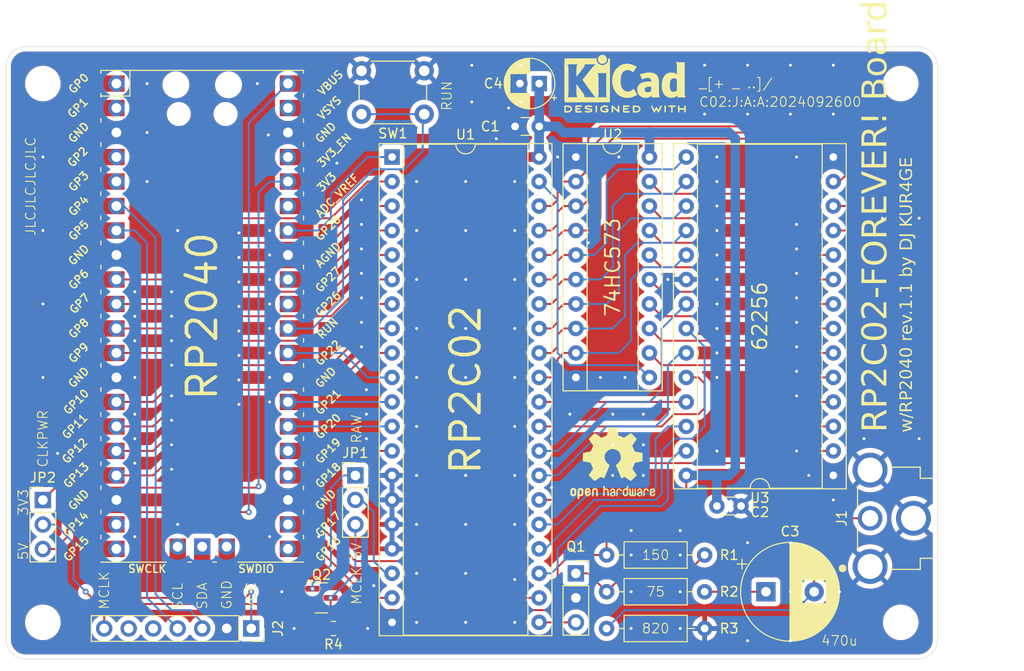
<source format=kicad_pcb>
(kicad_pcb (version 20240108) (generator "pcbnew") (generator_version "8.0")
  (layers (0 "F.Cu" signal) (31 "B.Cu" signal) (34 "B.Paste" user) (35 "F.Paste" user) (36 "B.SilkS" user "B.Silkscreen") (37 "F.SilkS" user "F.Silkscreen") (38 "B.Mask" user) (39 "F.Mask" user) (44 "Edge.Cuts" user))
  (net 0 "")
  (net 1 "GND")
  (net 2 "/P.nWE")
  (net 3 "/P.A0")
  (net 4 "/P.AD7")
  (net 5 "/P.A8")
  (net 6 "/P.AD5")
  (net 7 "/P.A5")
  (net 8 "/P.AD6")
  (net 9 "/P.AD3")
  (net 10 "/P.AD0")
  (net 11 "/P.A2")
  (net 12 "/P.A13")
  (net 13 "/P.A10")
  (net 14 "/P.A12")
  (net 15 "/P.A7")
  (net 16 "/P.AD2")
  (net 17 "/P.AD4")
  (net 18 "/P.nRD")
  (net 19 "/P.A6")
  (net 20 "/P.A9")
  (net 21 "/P.A3")
  (net 22 "/P.A1")
  (net 23 "/P.A4")
  (net 24 "/P.A11")
  (net 25 "/P.AD1")
  (net 26 "+5V")
  (net 27 "/P.ALE")
  (net 28 "MCLK")
  (net 29 "Net-(C3-Pad1)")
  (net 30 "Net-(Q1-E)")
  (net 31 "VOUT")
  (net 32 "/VIDEO")
  (net 33 "/E.D7")
  (net 34 "/E.A0")
  (net 35 "/E.D6")
  (net 36 "/E.D2")
  (net 37 "/E.D0")
  (net 38 "/E.nCS")
  (net 39 "/E.D1")
  (net 40 "/E.nINT")
  (net 41 "/E.A2")
  (net 42 "/E.nRST")
  (net 43 "/E.A1")
  (net 44 "/E.R{slash}nW")
  (net 45 "/E.D3")
  (net 46 "/E.D4")
  (net 47 "/E.D5")
  (net 48 "RUN")
  (net 51 "SDA")
  (net 52 "SCL")
  (net 58 "+3V3")
  (net 69 "MCLKRAW")
  (net 85 "CLKPWR")
  (net 86 "MCLK5")
  (footprint "MountingHole:MountingHole_3.2mm_M3" (layer "F.Cu") (at 68.58 113.03)
    (property "Reference" "H3" (hide yes))
    (property "Value" "M3")
  )
  (footprint "Symbol:OSHW-Logo2_9.8x8mm_SilkScreen" (layer "F.Cu") (at 127.635 96.52)
    (property "Reference" "REF**" (hide yes))
    (property "Value" "OSHW-Logo2_9.8x8mm_SilkScreen" (hide yes))
  )
  (footprint "MountingHole:MountingHole_3.2mm_M3" (layer "F.Cu") (at 157.48 57.15)
    (property "Reference" "H1" (hide yes))
    (property "Value" "M3")
  )
  (footprint "Resistor_SMD:R_0805_2012Metric_Pad1.20x1.40mm_HandSolder" (layer "F.Cu") (at 98.695 113.665 180)
    (property "Reference" "R4")
    (property "Value" "1")
  )
  (footprint "Symbol:KiCad-Logo2_5mm_SilkScreen" (layer "F.Cu") (at 128.905 57.15)
    (property "Reference" "REF**" (hide yes))
    (property "Value" "KiCad-Logo2_5mm_SilkScreen" (hide yes))
  )
  (footprint "Button_Switch_THT:SW_PUSH_6mm" (layer "F.Cu") (at 108.1 60.325 180)
    (property "Reference" "SW1")
    (property "Value" "RUN")
  )
  (footprint "Resistor_THT:R_Axial_DIN0207_L6.3mm_D2.5mm_P10.16mm_Horizontal" (layer "F.Cu") (at 127 109.855)
    (property "Reference" "R2")
    (property "Value" "75")
  )
  (footprint "MountingHole:MountingHole_3.2mm_M3" (layer "F.Cu") (at 157.48 113.03)
    (property "Reference" "H2" (hide yes))
    (property "Value" "M3")
  )
  (footprint "local:CUI_RCJ-014" (layer "F.Cu") (at 160.255 102.235 180)
    (property "Reference" "J1")
    (property "Value" "VIDEO")
  )
  (footprint "Capacitor_THT:CP_Radial_D5.0mm_P2.00mm" (layer "F.Cu") (at 120.015 57.15 180)
    (property "Reference" "C4")
    (property "Value" "22u")
  )
  (footprint "Resistor_THT:R_Axial_DIN0207_L6.3mm_D2.5mm_P10.16mm_Horizontal" (layer "F.Cu") (at 127 113.665)
    (property "Reference" "R3")
    (property "Value" "820")
  )
  (footprint "MCU_RaspberryPi_and_Boards:RPi_Pico_SMD_TH" (layer "F.Cu") (at 85.09 81.28)
    (property "Reference" "U4" (hide yes))
    (property "Value" "Pico" (hide yes))
  )
  (footprint "Resistor_THT:R_Axial_DIN0207_L6.3mm_D2.5mm_P10.16mm_Horizontal" (layer "F.Cu") (at 127 106.045)
    (property "Reference" "R1")
    (property "Value" "150")
  )
  (footprint "Capacitor_THT:CP_Radial_D10.0mm_P5.00mm" (layer "F.Cu") (at 143.51 109.855)
    (property "Reference" "C3")
    (property "Value" "470u")
  )
  (footprint "Capacitor_THT:C_Disc_D3.0mm_W1.6mm_P2.50mm" (layer "F.Cu") (at 138.43 100.965)
    (property "Reference" "C2")
    (property "Value" "100n")
  )
  (footprint "Connector_PinHeader_2.54mm:PinHeader_1x03_P2.54mm_Vertical" (layer "F.Cu") (at 68.58 100.345)
    (property "Reference" "JP2")
    (property "Value" "CLKPWRSEL")
  )
  (footprint "Capacitor_THT:C_Disc_D3.0mm_W1.6mm_P2.50mm" (layer "F.Cu") (at 120.015 61.595 180)
    (property "Reference" "C1")
    (property "Value" "100n")
  )
  (footprint "Connector_PinHeader_2.54mm:PinHeader_1x03_P2.54mm_Vertical" (layer "F.Cu") (at 100.965 97.79)
    (property "Reference" "JP1")
    (property "Value" "MCLKSEL")
  )
  (footprint "Package_DIP:DIP-28_W15.24mm_Socket" (layer "F.Cu") (at 150.495 97.79 180)
    (property "Reference" "U3")
    (property "Value" "IS62C256AL")
  )
  (footprint "Package_TO_SOT_SMD:SOT-23" (layer "F.Cu") (at 97.4575 110.49)
    (property "Reference" "Q2")
    (property "Value" "AO3400A")
  )
  (footprint "Package_DIP:DIP-20_W7.62mm_Socket" (layer "F.Cu") (at 123.815 64.77)
    (property "Reference" "U2")
    (property "Value" "74HC573N")
  )
  (footprint "Connector_PinSocket_2.54mm:PinSocket_1x03_P2.54mm_Vertical" (layer "F.Cu") (at 123.815 107.95)
    (property "Reference" "Q1")
    (property "Value" "2SA937")
  )
  (footprint "Connector_PinSocket_2.54mm:PinSocket_1x07_P2.54mm_Vertical" (layer "F.Cu") (at 90.17 113.665 -90)
    (property "Reference" "J2")
    (property "Value" "Si5351A")
  )
  (footprint "Package_DIP:DIP-40_W15.24mm_Socket" (layer "F.Cu") (at 104.765 64.77)
    (property "Reference" "U1")
    (property "Value" "RP2C02")
  )
  (footprint "MountingHole:MountingHole_3.2mm_M3" (layer "F.Cu") (at 68.58 57.15)
    (property "Reference" "H4" (hide yes))
    (property "Value" "M3")
  )
  (gr_line (start 159.29 116.84) (end 66.77 116.84) (stroke (width 0.05)) (layer "Edge.Cuts"))
  (gr_arc (start 64.77 55.34) (mid 65.355786 53.925786) (end 66.77 53.34) (stroke (width 0.05)) (layer "Edge.Cuts"))
  (gr_arc (start 161.29 114.84) (mid 160.704214 116.254214) (end 159.29 116.84) (stroke (width 0.05)) (layer "Edge.Cuts"))
  (gr_arc (start 159.29 53.34) (mid 160.704214 53.925786) (end 161.29 55.34) (stroke (width 0.05)) (layer "Edge.Cuts"))
  (gr_arc (start 66.77 116.84) (mid 65.355786 116.254214) (end 64.77 114.84) (stroke (width 0.05)) (layer "Edge.Cuts"))
  (gr_line (start 64.77 114.84) (end 64.77 55.34) (stroke (width 0.05)) (layer "Edge.Cuts"))
  (gr_line (start 66.77 53.34) (end 159.29 53.34) (stroke (width 0.05)) (layer "Edge.Cuts"))
  (gr_line (start 161.29 55.34) (end 161.29 114.84) (stroke (width 0.05)) (layer "Edge.Cuts"))
  (gr_text "5V" (at 66.548 105.664 90) (layer "F.SilkS") (effects (font (size 1 1) (thickness 0.1))))
  (gr_text "3V3" (at 66.548 100.584 90) (layer "F.SilkS") (effects (font (size 1 1) (thickness 0.1))))
  (gr_text "150\n" (at 132.08 106.045 0) (layer "F.SilkS") (effects (font (size 1 1) (thickness 0.1))))
  (gr_text "w/RP2040 rev.1.1 by DJ KUR4GE" (at 158.115 93.345 90) (layer "F.SilkS") (effects (font (size 1.27 1.27) (thickness 0.1)) (justify left)))
  (gr_text "MCLK" (at 101.092 109.22 90) (layer "F.SilkS") (effects (font (size 1 1) (thickness 0.1))))
  (gr_text "5V" (at 101.092 105.664 90) (layer "F.SilkS") (effects (font (size 1 1) (thickness 0.1))))
  (gr_text "MCLK" (at 74.93 111.76 90) (layer "F.SilkS") (effects (font (size 1 1) (thickness 0.1)) (justify left)))
  (gr_text "RUN" (at 109.855 58.42 90) (layer "F.SilkS") (effects (font (size 1 1) (thickness 0.1)) (justify top)))
  (gr_text "RP2C02-FOREVER! Board" (at 154.94 93.345 90) (layer "F.SilkS") (effects (font (size 2.54 2.54) (thickness 0.1)) (justify left)))
  (gr_text "SDA" (at 85.09 111.76 90) (layer "F.SilkS") (effects (font (size 1 1) (thickness 0.1)) (justify left)))
  (gr_text "RP2C02" (at 112.395 88.9 90) (layer "F.SilkS") (effects (font (size 3 3) (thickness 0.375))))
  (gr_text "RAW" (at 101.092 92.964 90) (layer "F.SilkS") (effects (font (size 1 1) (thickness 0.1))))
  (gr_text "74HC573" (at 127.635 76.2 90) (layer "F.SilkS") (effects (font (size 1.5 1.5) (thickness 0.1875))))
  (gr_text "_[+ _ ..]/" (at 136.525 57.15 0) (layer "F.SilkS") (effects (font (size 1 1) (thickness 0.1)) (justify left)))
  (gr_text "RP2040" (at 85.09 81.28 90) (layer "F.SilkS") (effects (font (size 3 3) (thickness 0.375))))
  (gr_text "JLCJLCJLCJLC" (at 67.31 73.025 90) (layer "F.SilkS") (effects (font (size 1 1) (thickness 0.1)) (justify left)))
  (gr_text "75" (at 132.08 109.855 0) (layer "F.SilkS") (effects (font (size 1 1) (thickness 0.1))))
  (gr_text "CLKPWR" (at 68.58 93.98 90) (layer "F.SilkS") (effects (font (size 1 1) (thickness 0.1))))
  (gr_text "GND" (at 87.63 111.76 90) (layer "F.SilkS") (effects (font (size 1 1) (thickness 0.1)) (justify left)))
  (gr_text "62256" (at 142.875 81.28 90) (layer "F.SilkS") (effects (font (size 1.5 1.5) (thickness 0.1875))))
  (gr_text "470u" (at 151.13 114.935 0) (layer "F.SilkS") (effects (font (size 1 1) (thickness 0.1))))
  (gr_text "SCL" (at 82.55 111.76 90) (layer "F.SilkS") (effects (font (size 1 1) (thickness 0.1)) (justify left)))
  (gr_text "VCC" (at 90.17 111.76 90) (layer "F.SilkS") (effects (font (size 1 1) (thickness 0.1)) (justify left)))
  (gr_text "C02:J:A:A:2024092600" (at 136.525 59.055 0) (layer "F.SilkS") (effects (font (size 1 1) (thickness 0.1)) (justify left)))
  (gr_text "820" (at 132.08 113.665 0) (layer "F.SilkS") (effects (font (size 1 1) (thickness 0.1))))
  (via (at 146.685 86.995) (size 0.6) (drill 0.3) (layers "F.Cu" "B.Cu") (net 1))
  (via (at 78.105 87.63) (size 0.6) (drill 0.3) (layers "F.Cu" "B.Cu") (net 1))
  (via (at 151.13 109.855) (size 0.6) (drill 0.3) (layers "F.Cu" "B.Cu") (net 1))
  (via (at 137.16 55.245) (size 0.6) (drill 0.3) (layers "F.Cu" "B.Cu") (net 1))
  (via (at 88.9 85.344) (size 0.6) (drill 0.3) (layers "F.Cu" "B.Cu") (net 1))
  (via (at 117.475 77.47) (size 0.6) (drill 0.3) (layers "F.Cu" "B.Cu") (net 1))
  (via (at 117.475 72.39) (size 0.6) (drill 0.3) (layers "F.Cu" "B.Cu") (net 1))
  (via (at 102.108 93.98) (size 0.6) (drill 0.3) (layers "F.Cu" "B.Cu") (net 1))
  (via (at 121.285 96.52) (size 0.6) (drill 0.3) (layers "F.Cu" "B.Cu") (net 1))
  (via (at 92.075 85.09) (size 0.6) (drill 0.3) (layers "F.Cu" "B.Cu") (net 1))
  (via (at 107.315 107.95) (size 0.6) (drill 0.3) (layers "F.Cu" "B.Cu") (net 1))
  (via (at 134.62 106.045) (size 0.6) (drill 0.3) (layers "F.Cu" "B.Cu") (net 1))
  (via (at 146.685 74.295) (size 0.6) (drill 0.3) (layers "F.Cu" "B.Cu") (net 1))
  (via (at 127.635 94.615) (size 0.6) (drill 0.3) (layers "F.Cu" "B.Cu") (net 1))
  (via (at 133.35 77.47) (size 0.6) (drill 0.3) (layers "F.Cu" "B.Cu") (net 1))
  (via (at 70.104 95.504) (size 0.6) (drill 0.3) (layers "F.Cu" "B.Cu") (net 1))
  (via (at 138.43 80.01) (size 0.6) (drill 0.3) (layers "F.Cu" "B.Cu") (net 1))
  (via (at 146.05 55.245) (size 0.6) (drill 0.3) (layers "F.Cu" "B.Cu") (net 1))
  (via (at 82.55 102.87) (size 0.6) (drill 0.3) (layers "F.Cu" "B.Cu") (net 1))
  (via (at 146.05 109.855) (size 0.6) (drill 0.3) (layers "F.Cu" "B.Cu") (net 1))
  (via (at 130.81 97.79) (size 0.6) (drill 0.3) (layers "F.Cu" "B.Cu") (net 1))
  (via (at 138.43 72.39) (size 0.6) (drill 0.3) (layers "F.Cu" "B.Cu") (net 1))
  (via (at 93.345 109.855) (size 0.6) (drill 0.3) (layers "F.Cu" "B.Cu") (net 1))
  (via (at 137.16 60.325) (size 0.6) (drill 0.3) (layers "F.Cu" "B.Cu") (net 1))
  (via (at 159.385 71.12) (size 0.6) (drill 0.3) (layers "F.Cu" "B.Cu") (net 1))
  (via (at 112.395 92.71) (size 0.6) (drill 0.3) (layers "F.Cu" "B.Cu") (net 1))
  (via (at 102.108 91.44) (size 0.6) (drill 0.3) (layers "F.Cu" "B.Cu") (net 1))
  (via (at 101.6 79.375) (size 0.6) (drill 0.3) (layers "F.Cu" "B.Cu") (net 1))
  (via (at 92.075 72.39) (size 0.6) (drill 0.3) (layers "F.Cu" "B.Cu") (net 1))
  (via (at 121.285 99.06) (size 0.6) (drill 0.3) (layers "F.Cu" "B.Cu") (net 1))
  (via (at 107.315 97.79) (size 0.6) (drill 0.3) (layers "F.Cu" "B.Cu") (net 1))
  (via (at 102.235 113.665) (size 0.6) (drill 0.3) (layers "F.Cu" "B.Cu") (net 1))
  (via (at 97.155 104.14) (size 0.6) (drill 0.3) (layers "F.Cu" "B.Cu") (net 1))
  (via (at 138.43 87.63) (size 0.6) (drill 0.3) (layers "F.Cu" "B.Cu") (net 1))
  (via (at 107.315 92.71) (size 0.6) (drill 0.3) (layers "F.Cu" "B.Cu") (net 1))
  (via (at 112.395 113.03) (size 0.6) (drill 0.3) (layers "F.Cu" "B.Cu") (net 1))
  (via (at 78.105 78.74) (size 0.6) (drill 0.3) (layers "F.Cu" "B.Cu") (net 1))
  (via (at 81.915 94.615) (size 0.6) (drill 0.3) (layers "F.Cu" "B.Cu") (net 1))
  (via (at 134.62 113.665) (size 0.6) (drill 0.3) (layers "F.Cu" "B.Cu") (net 1))
  (via (at 91.948 62.484) (size 0.6) (drill 0.3) (layers "F.Cu" "B.Cu") (net 1))
  (via (at 81.915 89.535) (size 0.6) (drill 0.3) (layers "F.Cu" "B.Cu") (net 1))
  (via (at 107.315 67.31) (size 0.6) (drill 0.3) (layers "F.Cu" "B.Cu") (net 1))
  (via (at 68.58 72.39) (size 0.6) (drill 0.3) (layers "F.Cu" "B.Cu") (net 1))
  (via (at 81.915 86.36) (size 0.6) (drill 0.3) (layers "F.Cu" "B.Cu") (net 1))
  (via (at 117.475 92.71) (size 0.6) (drill 0.3) (layers "F.Cu" "B.Cu") (net 1))
  (via (at 141.605 60.325) (size 0.6) (drill 0.3) (layers "F.Cu" "B.Cu") (net 1))
  (via (at 125.095 73.66) (size 0.6) (drill 0.3) (layers "F.Cu" "B.Cu") (net 1))
  (via (at 81.915 97.155) (size 0.6) (drill 0.3) (layers "F.Cu" "B.Cu") (net 1))
  (via (at 150.495 100.33) (size 0.6) (drill 0.3) (layers "F.Cu" "B.Cu") (net 1))
  (via (at 138.43 85.09) (size 0.6) (drill 0.3) (layers "F.Cu" "B.Cu") (net 1))
  (via (at 112.395 72.39) (size 0.6) (drill 0.3) (layers "F.Cu" "B.Cu") (net 1))
  (via (at 129.54 113.665) (size 0.6) (drill 0.3) (layers "F.Cu" "B.Cu") (net 1))
  (via (at 78.105 104.14) (size 0.6) (drill 0.3) (layers "F.Cu" "B.Cu") (net 1))
  (via (at 127.635 91.44) (size 0.6) (drill 0.3) (layers "F.Cu" "B.Cu") (net 1))
  (via (at 128.905 87.63) (size 0.6) (drill 0.3) (layers "F.Cu" "B.Cu") (net 1))
  (via (at 147.955 97.79) (size 0.6) (drill 0.3) (layers "F.Cu" "B.Cu") (net 1))
  (via (at 107.315 87.63) (size 0.6) (drill 0.3) (layers "F.Cu" "B.Cu") (net 1))
  (via (at 88.9 80.264) (size 0.6) (drill 0.3) (layers "F.Cu" "B.Cu") (net 1))
  (via (at 88.9 72.644) (size 0.6) (drill 0.3) (layers "F.Cu" "B.Cu") (net 1))
  (via (at 92.075 80.01) (size 0.6) (drill 0.3) (layers "F.Cu" "B.Cu") (net 1))
  (via (at 81.915 81.28) (size 0.6) (drill 0.3) (layers "F.Cu" "B.Cu") (net 1))
  (via (at 107.315 77.47) (size 0.6) (drill 0.3) (layers "F.Cu" "B.Cu") (net 1))
  (via (at 81.915 83.82) (size 0.6) (drill 0.3) (layers "F.Cu" "B.Cu") (net 1))
  (via (at 138.43 82.55) (size 0.6) (drill 0.3) (layers "F.Cu" "B.Cu") (net 1))
  (via (at 101.6 74.295) (size 0.6) (drill 0.3) (layers "F.Cu" "B.Cu") (net 1))
  (via (at 126.365 87.63) (size 0.6) (drill 0.3) (layers "F.Cu" "B.Cu") (net 1))
  (via (at 68.58 80.01) (size 0.6) (drill 0.3) (layers "F.Cu" "B.Cu") (net 1))
  (via (at 107.315 113.03) (size 0.6) (drill 0.3) (layers "F.Cu" "B.Cu") (net 1))
  (via (at 146.685 89.535) (size 0.6) (drill 0.3) (layers "F.Cu" "B.Cu") (net 1))
  (via (at 112.395 102.87) (size 0.6) (drill 0.3) (layers "F.Cu" "B.Cu") (net 1))
  (via (at 138.43 67.31) (size 0.6) (drill 0.3) (layers "F.Cu" "B.Cu") (net 1))
  (via (at 113.03 55.245) (size 0.6) (drill 0.3) (layers "F.Cu" "B.Cu") (net 1))
  (via (at 141.605 104.775) (size 0.6) (drill 0.3) (layers "F.Cu" "B.Cu") (net 1))
  (via (at 117.475 113.03) (size 0.6) (drill 0.3) (layers "F.Cu" "B.Cu") (net 1))
  (via (at 123.19 91.44) (size 0.6) (drill 0.3) (layers "F.Cu" "B.Cu") (net 1))
  (via (at 92.075 87.63) (size 0.6) (drill 0.3) (layers "F.Cu" "B.Cu") (net 1))
  (via (at 92.075 104.14) (size 0.6) (drill 0.3) (layers "F.Cu" "B.Cu") (net 1))
  (via (at 112.395 67.31) (size 0.6) (drill 0.3) (layers "F.Cu" "B.Cu") (net 1))
  (via (at 107.315 102.87) (size 0.6) (drill 0.3) (layers "F.Cu" "B.Cu") (net 1))
  (via (at 159.385 93.98) (size 0.6) (drill 0.3) (layers "F.Cu" "B.Cu") (net 1))
  (via (at 88.9 90.424) (size 0.6) (drill 0.3) (layers "F.Cu" "B.Cu") (net 1))
  (via (at 118.11 55.245) (size 0.6) (drill 0.3) (layers "F.Cu" "B.Cu") (net 1))
  (via (at 101.6 76.835) (size 0.6) (drill 0.3) (layers "F.Cu" "B.Cu") (net 1))
  (via (at 81.915 78.74) (size 0.6) (drill 0.3) (layers "F.Cu" "B.Cu") (net 1))
  (via (at 101.6 69.215) (size 0.6) (drill 0.3) (layers "F.Cu" "B.Cu") (net 1))
  (via (at 146.685 71.755) (size 0.6) (drill 0.3) (layers "F.Cu" "B.Cu") (net 1))
  (via (at 117.475 87.63) (size 0.6) (drill 0.3) (layers "F.Cu" "B.Cu") (net 1))
  (via (at 117.475 102.87) (size 0.6) (drill 0.3) (layers "F.Cu" "B.Cu") (net 1))
  (via (at 117.475 108.585) (size 0.6) (drill 0.3) (layers "F.Cu" "B.Cu") (net 1))
  (via (at 130.81 91.44) (size 0.6) (drill 0.3) (layers "F.Cu" "B.Cu") (net 1))
  (via (at 150.495 55.245) (size 0.6) (drill 0.3) (layers "F.Cu" "B.Cu") (net 1))
  (via (at 99.06 65.405) (size 0.6) (drill 0.3) (layers "F.Cu" "B.Cu") (net 1))
  (via (at 141.605 114.935) (size 0.6) (drill 0.3) (layers "F.Cu" "B.Cu") (net 1))
  (via (at 146.05 60.325) (size 0.6) (drill 0.3) (layers "F.Cu" "B.Cu") (net 1))
  (via (at 118.11 59.055) (size 0.6) (drill 0.3) (layers "F.Cu" "B.Cu") (net 1))
  (via (at 146.685 81.915) (size 0.6) (drill 0.3) (layers "F.Cu" "B.Cu") (net 1))
  (via (at 141.605 55.245) (size 0.6) (drill 0.3) (layers "F.Cu" "B.Cu") (net 1))
  (via (at 113.03 59.055) (size 0.6) (drill 0.3) (layers "F.Cu" "B.Cu") (net 1))
  (via (at 102.87 109.22) (size 0.6) (drill 0.3) (layers "F.Cu" "B.Cu") (net 1))
  (via (at 116.84 59.69) (size 0.6) (drill 0.3) (layers "F.Cu" "B.Cu") (net 1))
  (via (at 79.375 67.31) (size 0.6) (drill 0.3) (layers "F.Cu" "B.Cu") (net 1))
  (via (at 94.615 113.665) (size 0.6) (drill 0.3) (layers "F.Cu" "B.Cu") (net 1))
  (via (at 78.105 93.98) (size 0.6) (drill 0.3) (layers "F.Cu" "B.Cu") (net 1))
  (via (at 112.395 82.55) (size 0.6) (drill 0.3) (layers "F.Cu" "B.Cu") (net 1))
  (via (at 146.05 104.775) (size 0.6) (drill 0.3) (layers "F.Cu" "B.Cu") (net 1))
  (via (at 107.315 82.55) (size 0.6) (drill 0.3) (layers "F.Cu" "B.Cu") (net 1))
  (via (at 146.685 64.77) (size 0.6) (drill 0.3) (layers "F.Cu" "B.Cu") (net 1))
  (via (at 115.57 62.865) (size 0.6) (drill 0.3) (layers "F.Cu" "B.Cu") (net 1))
  (via (at 107.315 72.39) (size 0.6) (drill 0.3) (layers "F.Cu" "B.Cu") (net 1))
  (via (at 88.9 75.184) (size 0.6) (drill 0.3) (layers "F.Cu" "B.Cu") (net 1))
  (via (at 146.05 114.935) (size 0.6) (drill 0.3) (layers "F.Cu" "B.Cu") (net 1))
  (via (at 146.685 76.835) (size 0.6) (drill 0.3) (layers "F.Cu" "B.Cu") (net 1))
  (via (at 117.475 67.31) (size 0.6) (drill 0.3) (layers "F.Cu" "B.Cu") (net 1))
  (via (at 88.9 77.724) (size 0.6) (drill 0.3) (layers "F.Cu" "B.Cu") (net 1))
  (via (at 78.105 83.82) (size 0.6) (drill 0.3) (layers "F.Cu" "B.Cu") (net 1))
  (via (at 68.58 87.63) (size 0.6) (drill 0.3) (layers "F.Cu" "B.Cu") (net 1))
  (via (at 112.395 87.63) (size 0.6) (drill 0.3) (layers "F.Cu" "B.Cu") (net 1))
  (via (at 121.92 64.77) (size 0.6) (drill 0.3) (layers "F.Cu" "B.Cu") (net 1))
  (via (at 79.375 57.15) (size 0.6) (drill 0.3) (layers "F.Cu" "B.Cu") (net 1))
  (via (at 146.685 84.455) (size 0.6) (drill 0.3) (layers "F.Cu" "B.Cu") (net 1))
  (via (at 138.43 69.85) (size 0.6) (drill 0.3) (layers "F.Cu" "B.Cu") (net 1))
  (via (at 90.805 57.15) (size 0.6) (drill 0.3) (layers "F.Cu" "B.Cu") (net 1))
  (via (at 153.67 93.98) (size 0.6) (drill 0.3) (layers "F.Cu" "B.Cu") (net 1))
  (via (at 138.43 64.77) (size 0.6) (drill 0.3) (layers "F.Cu" "B.Cu") (net 1))
  (via (at 112.395 97.79) (size 0.6) (drill 0.3) (layers "F.Cu" "B.Cu") (net 1))
  (via (at 81.915 92.075) (size 0.6) (drill 0.3) (layers "F.Cu" "B.Cu") (net 1))
  (via (at 155.575 71.12) (size 0.6) (drill 0.3) (layers "F.Cu" "B.Cu") (net 1))
  (via (at 101.6 81.915) (size 0.6) (drill 0.3) (layers "F.Cu" "B.Cu") (net 1))
  (via (at 68.58 64.77) (size 0.6) (drill 0.3) (layers "F.Cu" "B.Cu") (net 1))
  (via (at 150.495 60.325) (size 0.6) (drill 0.3) (layers "F.Cu" "B.Cu") (net 1))
  (via (at 146.685 79.375) (size 0.6) (drill 0.3) (layers "F.Cu" "B.Cu") (net 1))
  (via (at 101.6 84.455) (size 0.6) (drill 0.3) (layers "F.Cu" "B.Cu") (net 1))
  (via (at 92.075 77.47) (size 0.6) (drill 0.3) (layers "F.Cu" "B.Cu") (net 1))
  (via (at 138.43 74.93) (size 0.6) (drill 0.3) (layers "F.Cu" "B.Cu") (net 1))
  (via (at 129.54 109.855) (size 0.6) (drill 0.3) (layers "F.Cu" "B.Cu") (net 1))
  (via (at 92.075 90.17) (size 0.6) (drill 0.3) (layers "F.Cu" "B.Cu") (net 1))
  (via (at 78.105 96.52) (size 0.6) (drill 0.3) (layers "F.Cu" "B.Cu") (net 1))
  (via (at 117.475 97.79) (size 0.6) (drill 0.3) (layers "F.Cu" "B.Cu") (net 1))
  (via (at 138.43 95.25) (size 0.6) (drill 0.3) (layers "F.Cu" "B.Cu") (net 1))
  (via (at 121.285 93.98) (size 0.6) (drill 0.3) (layers "F.Cu" "B.Cu") (net 1))
  (via (at 112.395 77.47) (size 0.6) (drill 0.3) (layers "F.Cu" "B.Cu") (net 1))
  (via (at 138.43 77.47) (size 0.6) (drill 0.3) (layers "F.Cu" "B.Cu") (net 1))
  (via (at 127.635 97.79) (size 0.6) (drill 0.3) (layers "F.Cu" "B.Cu") (net 1))
  (via (at 79.375 62.23) (size 0.6) (drill 0.3) (layers "F.Cu" "B.Cu") (net 1))
  (via (at 129.54 103.505) (size 0.6) (drill 0.3) (layers "F.Cu" "B.Cu") (net 1))
  (via (at 128.27 64.77) (size 0.6) (drill 0.3) (layers "F.Cu" "B.Cu") (net 1))
  (via (at 129.54 106.045) (size 0.6) (drill 0.3) (layers "F.Cu" "B.Cu") (net 1))
  (via (at 88.9 82.804) (size 0.6) (drill 0.3) (layers "F.Cu" "B.Cu") (net 1))
  (via (at 92.075 74.93) (size 0.6) (drill 0.3) (layers "F.Cu" "B.Cu") (net 1))
  (via (at 112.395 107.95) (size 0.6) (drill 0.3) (layers "F.Cu" "B.Cu") (net 1))
  (via (at 88.9 87.884) (size 0.6) (drill 0.3) (layers "F.Cu" "B.Cu") (net 1))
  (via (at 117.475 82.55) (size 0.6) (drill 0.3) (layers "F.Cu" "B.Cu") (net 1))
  (via (at 146.685 95.25) (size 0.6) (drill 0.3) (layers "F.Cu" "B.Cu") (net 1))
  (via (at 134.62 109.855) (size 0.6) (drill 0.3) (layers "F.Cu" "B.Cu") (net 1))
  (via (at 78.105 81.28) (size 0.6) (drill 0.3) (layers "F.Cu" "B.Cu") (net 1))
  (via (at 102.108 88.9) (size 0.6) (drill 0.3) (layers "F.Cu" "B.Cu") (net 1))
  (via (at 92.075 82.55) (size 0.6) (drill 0.3) (layers "F.Cu" "B.Cu") (net 1))
  (via (at 130.81 94.615) (size 0.6) (drill 0.3) (layers "F.Cu" "B.Cu") (net 1))
  (via (at 78.105 91.44) (size 0.6) (drill 0.3) (layers "F.Cu" "B.Cu") (net 1))
  (via (at 82.55 72.39) (size 0.6) (drill 0.3) (layers "F.Cu" "B.Cu") (net 1))
  (via (at 101.6 71.755) (size 0.6) (drill 0.3) (layers "F.Cu" "B.Cu") (net 1))
  (via (at 134.62 103.505) (size 0.6) (drill 0.3) (layers "F.Cu" "B.Cu") (net 1))
  (segment (start 121.92 105.41) (end 126.365 100.965) (width 0.2) (layer "B.Cu") (net 2))
  (segment (start 121.92 107.315) (end 121.92 105.41) (width 0.2) (layer "B.Cu") (net 2))
  (segment (start 120.005 107.95) (end 121.285 107.95) (width 0.2) (layer "B.Cu") (net 2))
  (segment (start 133.35 96.52) (end 134.62 95.25) (width 0.2) (layer "B.Cu") (net 2))
  (segment (start 133.35 100.33) (end 133.35 96.52) (width 0.2) (layer "B.Cu") (net 2))
  (segment (start 134.62 95.25) (end 135.255 95.25) (width 0.2) (layer "B.Cu") (net 2))
  (segment (start 126.365 100.965) (end 132.715 100.965) (width 0.2) (layer "B.Cu") (net 2))
  (segment (start 121.285 107.95) (end 121.92 107.315) (width 0.2) (layer "B.Cu") (net 2))
  (segment (start 132.715 100.965) (end 133.35 100.33) (width 0.2) (layer "B.Cu") (net 2))
  (segment (start 150.495 74.93) (end 148.59 74.93) (width 0.2) (layer "F.Cu") (net 3))
  (segment (start 142.24 68.58) (end 132.705 68.58) (width 0.2) (layer "F.Cu") (net 3))
  (segment (start 148.59 74.93) (end 142.24 68.58) (width 0.2) (layer "F.Cu") (net 3))
  (segment (start 131.435 67.31) (end 132.705 68.58) (width 0.2) (layer "F.Cu") (net 3))
  (segment (start 121.92 85.725) (end 122.555 85.09) (width 0.2) (layer "F.Cu") (net 4))
  (segment (start 121.285 87.63) (end 121.92 86.995) (width 0.2) (layer "F.Cu") (net 4))
  (segment (start 122.555 85.09) (end 123.815 85.09) (width 0.2) (layer "F.Cu") (net 4))
  (segment (start 121.92 86.995) (end 121.92 85.725) (width 0.2) (layer "F.Cu") (net 4))
  (segment (start 120.005 87.63) (end 121.285 87.63) (width 0.2) (layer "F.Cu") (net 4))
  (segment (start 129.54 77.47) (end 130.81 76.2) (width 0.2) (layer "B.Cu") (net 4))
  (segment (start 130.81 76.2) (end 133.985 76.2) (width 0.2) (layer "B.Cu") (net 4))
  (segment (start 123.815 85.09) (end 128.27 85.09) (width 0.2) (layer "B.Cu") (net 4))
  (segment (start 133.985 76.2) (end 135.255 74.93) (width 0.2) (layer "B.Cu") (net 4))
  (segment (start 129.54 83.82) (end 129.54 77.47) (width 0.2) (layer "B.Cu") (net 4))
  (segment (start 128.27 85.09) (end 129.54 83.82) (width 0.2) (layer "B.Cu") (net 4))
  (segment (start 135.255 90.17) (end 120.005 90.17) (width 0.2) (layer "F.Cu") (net 5))
  (segment (start 121.285 82.55) (end 121.92 81.915) (width 0.2) (layer "F.Cu") (net 6))
  (segment (start 121.92 80.645) (end 122.555 80.01) (width 0.2) (layer "F.Cu") (net 6))
  (segment (start 121.92 81.915) (end 121.92 80.645) (width 0.2) (layer "F.Cu") (net 6))
  (segment (start 122.555 80.01) (end 123.815 80.01) (width 0.2) (layer "F.Cu") (net 6))
  (segment (start 120.005 82.55) (end 121.285 82.55) (width 0.2) (layer "F.Cu") (net 6))
  (segment (start 128.27 72.39) (end 129.54 71.12) (width 0.2) (layer "B.Cu") (net 6))
  (segment (start 133.985 71.12) (end 135.255 69.85) (width 0.2) (layer "B.Cu") (net 6))
  (segment (start 127 80.01) (end 128.27 78.74) (width 0.2) (layer "B.Cu") (net 6))
  (segment (start 128.27 78.74) (end 128.27 72.39) (width 0.2) (layer "B.Cu") (net 6))
  (segment (start 123.815 80.01) (end 127 80.01) (width 0.2) (layer "B.Cu") (net 6))
  (segment (start 129.54 71.12) (end 133.985 71.12) (width 0.2) (layer "B.Cu") (net 6))
  (segment (start 131.435 80.01) (end 132.705 81.28) (width 0.2) (layer "F.Cu") (net 7))
  (segment (start 142.24 81.28) (end 148.59 87.63) (width 0.2) (layer "F.Cu") (net 7))
  (segment (start 148.59 87.63) (end 150.495 87.63) (width 0.2) (layer "F.Cu") (net 7))
  (segment (start 132.705 81.28) (end 142.24 81.28) (width 0.2) (layer "F.Cu") (net 7))
  (segment (start 121.92 84.455) (end 121.92 83.185) (width 0.2) (layer "F.Cu") (net 8))
  (segment (start 121.92 83.185) (end 122.555 82.55) (width 0.2) (layer "F.Cu") (net 8))
  (segment (start 122.555 82.55) (end 123.815 82.55) (width 0.2) (layer "F.Cu") (net 8))
  (segment (start 121.285 85.09) (end 121.92 84.455) (width 0.2) (layer "F.Cu") (net 8))
  (segment (start 120.005 85.09) (end 121.285 85.09) (width 0.2) (layer "F.Cu") (net 8))
  (segment (start 130.175 73.66) (end 133.985 73.66) (width 0.2) (layer "B.Cu") (net 8))
  (segment (start 127.635 82.55) (end 128.905 81.28) (width 0.2) (layer "B.Cu") (net 8))
  (segment (start 128.905 81.28) (end 128.905 74.93) (width 0.2) (layer "B.Cu") (net 8))
  (segment (start 123.815 82.55) (end 127.635 82.55) (width 0.2) (layer "B.Cu") (net 8))
  (segment (start 133.985 73.66) (end 135.255 72.39) (width 0.2) (layer "B.Cu") (net 8))
  (segment (start 128.905 74.93) (end 130.175 73.66) (width 0.2) (layer "B.Cu") (net 8))
  (segment (start 120.005 77.47) (end 121.285 77.47) (width 0.2) (layer "F.Cu") (net 9))
  (segment (start 122.555 74.93) (end 123.815 74.93) (width 0.2) (layer "F.Cu") (net 9))
  (segment (start 121.92 75.565) (end 122.555 74.93) (width 0.2) (layer "F.Cu") (net 9))
  (segment (start 121.92 76.835) (end 121.92 75.565) (width 0.2) (layer "F.Cu") (net 9))
  (segment (start 121.285 77.47) (end 121.92 76.835) (width 0.2) (layer "F.Cu") (net 9))
  (segment (start 125.73 74.93) (end 127 73.66) (width 0.2) (layer "B.Cu") (net 9))
  (segment (start 127 73.66) (end 127 67.31) (width 0.2) (layer "B.Cu") (net 9))
  (segment (start 127 67.31) (end 128.27 66.04) (width 0.2) (layer "B.Cu") (net 9))
  (segment (start 123.815 74.93) (end 125.73 74.93) (width 0.2) (layer "B.Cu") (net 9))
  (segment (start 128.27 66.04) (end 133.985 66.04) (width 0.2) (layer "B.Cu") (net 9))
  (segment (start 133.985 66.04) (end 135.255 64.77) (width 0.2) (layer "B.Cu") (net 9))
  (segment (start 126.365 61.595) (end 152.4 61.595) (width 0.2) (layer "F.Cu") (net 10))
  (segment (start 125.095 66.04) (end 125.095 62.865) (width 0.2) (layer "F.Cu") (net 10))
  (segment (start 153.67 62.865) (end 153.67 71.12) (width 0.2) (layer "F.Cu") (net 10))
  (segment (start 125.095 62.865) (end 126.365 61.595) (width 0.2) (layer "F.Cu") (net 10))
  (segment (start 122.555 67.31) (end 123.815 67.31) (width 0.2) (layer "F.Cu") (net 10))
  (segment (start 153.67 71.12) (end 152.4 72.39) (width 0.2) (layer "F.Cu") (net 10))
  (segment (start 121.285 69.85) (end 121.92 69.215) (width 0.2) (layer "F.Cu") (net 10))
  (segment (start 120.005 69.85) (end 121.285 69.85) (width 0.2) (layer "F.Cu") (net 10))
  (segment (start 123.825 67.31) (end 125.095 66.04) (width 0.2) (layer "F.Cu") (net 10))
  (segment (start 121.92 69.215) (end 121.92 67.945) (width 0.2) (layer "F.Cu") (net 10))
  (segment (start 152.4 61.595) (end 153.67 62.865) (width 0.2) (layer "F.Cu") (net 10))
  (segment (start 152.4 72.39) (end 150.495 72.39) (width 0.2) (layer "F.Cu") (net 10))
  (segment (start 123.815 67.31) (end 123.825 67.31) (width 0.2) (layer "F.Cu") (net 10))
  (segment (start 121.92 67.945) (end 122.555 67.31) (width 0.2) (layer "F.Cu") (net 10))
  (segment (start 142.24 73.66) (end 132.705 73.66) (width 0.2) (layer "F.Cu") (net 11))
  (segment (start 148.59 80.01) (end 142.24 73.66) (width 0.2) (layer "F.Cu") (net 11))
  (segment (start 150.495 80.01) (end 148.59 80.01) (width 0.2) (layer "F.Cu") (net 11))
  (segment (start 131.435 72.39) (end 132.705 73.66) (width 0.2) (layer "F.Cu") (net 11))
  (segment (start 132.08 93.98) (end 133.35 92.71) (width 0.2) (layer "B.Cu") (net 12))
  (segment (start 121.92 102.87) (end 125.095 99.695) (width 0.2) (layer "B.Cu") (net 12))
  (segment (start 125.095 99.695) (end 131.445 99.695) (width 0.2) (layer "B.Cu") (net 12))
  (segment (start 132.08 99.06) (end 132.08 93.98) (width 0.2) (layer "B.Cu") (net 12))
  (segment (start 133.35 92.71) (end 135.255 92.71) (width 0.2) (layer "B.Cu") (net 12))
  (segment (start 131.445 99.695) (end 132.08 99.06) (width 0.2) (layer "B.Cu") (net 12))
  (segment (start 120.005 102.87) (end 121.92 102.87) (width 0.2) (layer "B.Cu") (net 12))
  (segment (start 120.005 95.25) (end 121.92 95.25) (width 0.2) (layer "B.Cu") (net 13))
  (segment (start 127 90.17) (end 131.445 90.17) (width 0.2) (layer "B.Cu") (net 13))
  (segment (start 132.715 88.9) (end 132.715 82.55) (width 0.2) (layer "B.Cu") (net 13))
  (segment (start 132.715 82.55) (end 135.255 80.01) (width 0.2) (layer "B.Cu") (net 13))
  (segment (start 121.92 95.25) (end 127 90.17) (width 0.2) (layer "B.Cu") (net 13))
  (segment (start 131.445 90.17) (end 132.715 88.9) (width 0.2) (layer "B.Cu") (net 13))
  (segment (start 148.59 95.25) (end 150.495 95.25) (width 0.2) (layer "F.Cu") (net 14))
  (segment (start 121.92 100.33) (end 125.73 96.52) (width 0.2) (layer "F.Cu") (net 14))
  (segment (start 125.73 96.52) (end 147.32 96.52) (width 0.2) (layer "F.Cu") (net 14))
  (segment (start 147.32 96.52) (end 148.59 95.25) (width 0.2) (layer "F.Cu") (net 14))
  (segment (start 120.005 100.33) (end 121.92 100.33) (width 0.2) (layer "F.Cu") (net 14))
  (segment (start 142.24 86.36) (end 148.59 92.71) (width 0.2) (layer "F.Cu") (net 15))
  (segment (start 131.435 85.09) (end 132.705 86.36) (width 0.2) (layer "F.Cu") (net 15))
  (segment (start 148.59 92.71) (end 150.495 92.71) (width 0.2) (layer "F.Cu") (net 15))
  (segment (start 132.705 86.36) (end 142.24 86.36) (width 0.2) (layer "F.Cu") (net 15))
  (segment (start 121.285 74.93) (end 121.92 74.295) (width 0.2) (layer "F.Cu") (net 16))
  (segment (start 127.635 62.865) (end 151.13 62.865) (width 0.2) (layer "F.Cu") (net 16))
  (segment (start 122.555 72.39) (end 123.815 72.39) (width 0.2) (layer "F.Cu") (net 16))
  (segment (start 152.4 66.04) (end 151.13 67.31) (width 0.2) (layer "F.Cu") (net 16))
  (segment (start 123.815 72.39) (end 125.095 72.39) (width 0.2) (layer "F.Cu") (net 16))
  (segment (start 121.92 74.295) (end 121.92 73.025) (width 0.2) (layer "F.Cu") (net 16))
  (segment (start 126.365 64.135) (end 127.635 62.865) (width 0.2) (layer "F.Cu") (net 16))
  (segment (start 126.365 71.12) (end 126.365 64.135) (width 0.2) (layer "F.Cu") (net 16))
  (segment (start 125.095 72.39) (end 126.365 71.12) (width 0.2) (layer "F.Cu") (net 16))
  (segment (start 120.005 74.93) (end 121.285 74.93) (width 0.2) (layer "F.Cu") (net 16))
  (segment (start 151.13 67.31) (end 150.495 67.31) (width 0.2) (layer "F.Cu") (net 16))
  (segment (start 121.92 73.025) (end 122.555 72.39) (width 0.2) (layer "F.Cu") (net 16))
  (segment (start 152.4 64.135) (end 152.4 66.04) (width 0.2) (layer "F.Cu") (net 16))
  (segment (start 151.13 62.865) (end 152.4 64.135) (width 0.2) (layer "F.Cu") (net 16))
  (segment (start 120.005 80.01) (end 121.285 80.01) (width 0.2) (layer "F.Cu") (net 17))
  (segment (start 122.555 77.47) (end 123.815 77.47) (width 0.2) (layer "F.Cu") (net 17))
  (segment (start 121.92 78.105) (end 122.555 77.47) (width 0.2) (layer "F.Cu") (net 17))
  (segment (start 121.285 80.01) (end 121.92 79.375) (width 0.2) (layer "F.Cu") (net 17))
  (segment (start 121.92 79.375) (end 121.92 78.105) (width 0.2) (layer "F.Cu") (net 17))
  (segment (start 127.635 69.85) (end 127.635 76.2) (width 0.2) (layer "B.Cu") (net 17))
  (segment (start 135.255 67.31) (end 133.985 68.58) (width 0.2) (layer "B.Cu") (net 17))
  (segment (start 126.365 77.47) (end 123.815 77.47) (width 0.2) (layer "B.Cu") (net 17))
  (segment (start 133.985 68.58) (end 128.905 68.58) (width 0.2) (layer "B.Cu") (net 17))
  (segment (start 127.635 76.2) (end 126.365 77.47) (width 0.2) (layer "B.Cu") (net 17))
  (segment (start 128.905 68.58) (end 127.635 69.85) (width 0.2) (layer "B.Cu") (net 17))
  (segment (start 137.16 84.455) (end 135.255 82.55) (width 0.2) (layer "B.Cu") (net 18))
  (segment (start 132.08 100.33) (end 132.715 99.695) (width 0.2) (layer "B.Cu") (net 18))
  (segment (start 120.65 105.41) (end 125.73 100.33) (width 0.2) (layer "B.Cu") (net 18))
  (segment (start 132.715 95.25) (end 133.985 93.98) (width 0.2) (layer "B.Cu") (net 18))
  (segment (start 137.16 92.71) (end 137.16 84.455) (width 0.2) (layer "B.Cu") (net 18))
  (segment (start 133.985 93.98) (end 135.89 93.98) (width 0.2) (layer "B.Cu") (net 18))
  (segment (start 135.89 82.55) (end 135.255 82.55) (width 0.2) (layer "B.Cu") (net 18))
  (segment (start 125.73 100.33) (end 132.08 100.33) (width 0.2) (layer "B.Cu") (net 18))
  (segment (start 120.005 105.41) (end 120.65 105.41) (width 0.2) (layer "B.Cu") (net 18))
  (segment (start 132.715 99.695) (end 132.715 95.25) (width 0.2) (layer "B.Cu") (net 18))
  (segment (start 135.89 93.98) (end 137.16 92.71) (width 0.2) (layer "B.Cu") (net 18))
  (segment (start 142.24 83.82) (end 148.59 90.17) (width 0.2) (layer "F.Cu") (net 19))
  (segment (start 131.435 82.55) (end 132.705 83.82) (width 0.2) (layer "F.Cu") (net 19))
  (segment (start 148.59 90.17) (end 150.495 90.17) (width 0.2) (layer "F.Cu") (net 19))
  (segment (start 132.705 83.82) (end 142.24 83.82) (width 0.2) (layer "F.Cu") (net 19))
  (segment (start 136.525 91.44) (end 137.16 90.805) (width 0.2) (layer "F.Cu") (net 20))
  (segment (start 136.525 87.63) (end 135.255 87.63) (width 0.2) (layer "F.Cu") (net 20))
  (segment (start 137.16 90.805) (end 137.16 88.265) (width 0.2) (layer "F.Cu") (net 20))
  (segment (start 137.16 88.265) (end 136.525 87.63) (width 0.2) (layer "F.Cu") (net 20))
  (segment (start 133.985 91.44) (end 136.525 91.44) (width 0.2) (layer "F.Cu") (net 20))
  (segment (start 132.715 92.71) (end 133.985 91.44) (width 0.2) (layer "F.Cu") (net 20))
  (segment (start 120.005 92.71) (end 132.715 92.71) (width 0.2) (layer "F.Cu") (net 20))
  (segment (start 132.705 76.2) (end 142.24 76.2) (width 0.2) (layer "F.Cu") (net 21))
  (segment (start 131.435 74.93) (end 132.705 76.2) (width 0.2) (layer "F.Cu") (net 21))
  (segment (start 148.59 82.55) (end 150.495 82.55) (width 0.2) (layer "F.Cu") (net 21))
  (segment (start 142.24 76.2) (end 148.59 82.55) (width 0.2) (layer "F.Cu") (net 21))
  (segment (start 148.59 77.47) (end 150.495 77.47) (width 0.2) (layer "F.Cu") (net 22))
  (segment (start 132.705 71.12) (end 142.24 71.12) (width 0.2) (layer "F.Cu") (net 22))
  (segment (start 131.435 69.85) (end 132.08 69.85) (width 0.2) (layer "F.Cu") (net 22))
  (segment (start 131.435 69.85) (end 132.705 71.12) (width 0.2) (layer "F.Cu") (net 22))
  (segment (start 142.24 71.12) (end 148.59 77.47) (width 0.2) (layer "F.Cu") (net 22))
  (segment (start 142.24 78.74) (end 148.59 85.09) (width 0.2) (layer "F.Cu") (net 23))
  (segment (start 148.59 85.09) (end 150.495 85.09) (width 0.2) (layer "F.Cu") (net 23))
  (segment (start 132.705 78.74) (end 142.24 78.74) (width 0.2) (layer "F.Cu") (net 23))
  (segment (start 131.435 77.47) (end 132.705 78.74) (width 0.2) (layer "F.Cu") (net 23))
  (segment (start 134.62 85.09) (end 135.255 85.09) (width 0.2) (layer "B.Cu") (net 24))
  (segment (start 120.005 97.79) (end 121.92 97.79) (width 0.2) (layer "B.Cu") (net 24))
  (segment (start 127 92.71) (end 132.08 92.71) (width 0.2) (layer "B.Cu") (net 24))
  (segment (start 132.08 92.71) (end 133.35 91.44) (width 0.2) (layer "B.Cu") (net 24))
  (segment (start 133.35 86.36) (end 134.62 85.09) (width 0.2) (layer "B.Cu") (net 24))
  (segment (start 133.35 91.44) (end 133.35 86.36) (width 0.2) (layer "B.Cu") (net 24))
  (segment (start 121.92 97.79) (end 127 92.71) (width 0.2) (layer "B.Cu") (net 24))
  (segment (start 150.495 69.85) (end 151.765 69.85) (width 0.2) (layer "F.Cu") (net 25))
  (segment (start 124.46 69.85) (end 125.73 68.58) (width 0.2) (layer "F.Cu") (net 25))
  (segment (start 127 62.23) (end 151.765 62.23) (width 0.2) (layer "F.Cu") (net 25))
  (segment (start 121.285 72.39) (end 121.92 71.755) (width 0.2) (layer "F.Cu") (net 25))
  (segment (start 125.73 68.58) (end 125.73 63.5) (width 0.2) (layer "F.Cu") (net 25))
  (segment (start 153.035 68.58) (end 151.765 69.85) (width 0.2) (layer "F.Cu") (net 25))
  (segment (start 125.73 63.5) (end 127 62.23) (width 0.2) (layer "F.Cu") (net 25))
  (segment (start 122.555 69.85) (end 123.815 69.85) (width 0.2) (layer "F.Cu") (net 25))
  (segment (start 123.815 69.85) (end 124.46 69.85) (width 0.2) (layer "F.Cu") (net 25))
  (segment (start 121.92 71.755) (end 121.92 70.485) (width 0.2) (layer "F.Cu") (net 25))
  (segment (start 151.765 62.23) (end 153.035 63.5) (width 0.2) (layer "F.Cu") (net 25))
  (segment (start 120.005 72.39) (end 121.285 72.39) (width 0.2) (layer "F.Cu") (net 25))
  (segment (start 153.035 63.5) (end 153.035 68.58) (width 0.2) (layer "F.Cu") (net 25))
  (segment (start 121.92 70.485) (end 122.555 69.85) (width 0.2) (layer "F.Cu") (net 25))
  (segment (start 98.0175 57.15) (end 93.98 57.15) (width 1) (layer "F.Cu") (net 26))
  (segment (start 99.695 62.865) (end 99.06 62.23) (width 1) (layer "F.Cu") (net 26))
  (segment (start 71.12 102.87) (end 71.12 104.14) (width 0.2) (layer "F.Cu") (net 26))
  (segment (start 100.33 113.665) (end 102.235 111.76) (width 0.2) (layer "F.Cu") (net 26))
  (segment (start 127 103.505) (end 128.27 102.235) (width 0.2) (layer "F.Cu") (net 26))
  (segment (start 135.255 100.965) (end 135.255 97.79) (width 0.2) (layer "F.Cu") (net 26))
  (segment (start 99.06 62.23) (end 99.06 58.1925) (width 1) (layer "F.Cu") (net 26))
  (segment (start 102.235 111.76) (end 121.285 111.76) (width 0.2) (layer "F.Cu") (net 26))
  (segment (start 71.12 104.14) (end 69.835 105.425) (width 0.2) (layer "F.Cu") (net 26))
  (segment (start 120.005 64.77) (end 113.03 64.77) (width 1) (layer "F.Cu") (net 26))
  (segment (start 99.695 113.665) (end 100.33 113.665) (width 0.2) (layer "F.Cu") (net 26))
  (segment (start 72.39 101.6) (end 71.12 102.87) (width 0.2) (layer "F.Cu") (net 26))
  (segment (start 128.27 102.235) (end 133.985 102.235) (width 0.2) (layer "F.Cu") (net 26))
  (segment (start 69.835 105.425) (end 68.58 105.425) (width 0.2) (layer "F.Cu") (net 26))
  (segment (start 133.985 102.235) (end 135.255 100.965) (width 0.2) (layer "F.Cu") (net 26))
  (segment (start 127 106.045) (end 127 103.505) (width 0.2) (layer "F.Cu") (net 26))
  (segment (start 121.285 111.76) (end 121.92 111.125) (width 0.2) (layer "F.Cu") (net 26))
  (segment (start 113.03 64.77) (end 111.125 62.865) (width 1) (layer "F.Cu") (net 26))
  (segment (start 99.06 58.1925) (end 98.0175 57.15) (width 1) (layer "F.Cu") (net 26))
  (segment (start 120.005 64.77) (end 120.005 63.51) (width 1) (layer "F.Cu") (net 26))
  (segment (start 123.19 106.045) (end 127 106.045) (width 0.2) (layer "F.Cu") (net 26))
  (segment (start 121.92 111.125) (end 121.92 107.315) (width 0.2) (layer "F.Cu") (net 26))
  (segment (start 111.125 62.865) (end 99.695 62.865) (width 1) (layer "F.Cu") (net 26))
  (segment (start 89.916 101.6) (end 72.39 101.6) (width 0.2) (layer "F.Cu") (net 26))
  (segment (start 121.92 107.315) (end 123.19 106.045) (width 0.2) (layer "F.Cu") (net 26))
  (via (at 89.916 101.6) (size 0.6) (drill 0.3) (layers "F.Cu" "B.Cu") (net 26))
  (segment (start 138.43 97.79) (end 139.7 97.79) (width 1) (layer "B.Cu") (net 26))
  (segment (start 120.005 61.605) (end 120.005 64.77) (width 1) (layer "B.Cu") (net 26))
  (segment (start 139.7 62.23) (end 131.445 62.23) (width 1) (layer "B.Cu") (net 26))
  (segment (start 140.335 97.155) (end 140.335 62.865) (width 1) (layer "B.Cu") (net 26))
  (segment (start 138.43 97.79) (end 135.255 97.79) (width 1) (layer "B.Cu") (net 26))
  (segment (start 139.7 97.79) (end 140.335 97.155) (width 1) (layer "B.Cu") (net 26))
  (segment (start 131.445 62.23) (end 122.555 62.23) (width 1) (layer "B.Cu") (net 26))
  (segment (start 131.445 63.5) (end 131.435 63.51) (width 1) (layer "B.Cu") (net 26))
  (segment (start 140.335 62.865) (end 139.7 62.23) (width 1) (layer "B.Cu") (net 26))
  (segment (start 89.916 61.214) (end 93.98 57.15) (width 0.2) (layer "B.Cu") (net 26))
  (segment (start 138.43 97.79) (end 138.43 100.965) (width 1) (layer "B.Cu") (net 26))
  (segment (start 131.435 63.51) (end 131.435 64.77) (width 1) (layer "B.Cu") (net 26))
  (segment (start 121.92 61.595) (end 120.015 61.595) (width 1) (layer "B.Cu") (net 26))
  (segment (start 131.445 62.23) (end 131.445 63.5) (width 1) (layer "B.Cu") (net 26))
  (segment (start 89.916 101.6) (end 89.916 61.214) (width 0.2) (layer "B.Cu") (net 26))
  (segment (start 122.555 62.23) (end 121.92 61.595) (width 1) (layer "B.Cu") (net 26))
  (segment (start 120.015 61.595) (end 120.005 61.605) (width 1) (layer "B.Cu") (net 26))
  (segment (start 120.015 61.595) (end 120.015 57.464887) (width 1) (layer "B.Cu") (net 26))
  (segment (start 120.005 67.31) (end 121.92 69.225) (width 0.2) (layer "B.Cu") (net 27))
  (segment (start 121.92 69.225) (end 121.92 85.09) (width 0.2) (layer "B.Cu") (net 27))
  (segment (start 131.435 88.275) (end 131.435 87.63) (width 0.2) (layer "B.Cu") (net 27))
  (segment (start 130.165 86.36) (end 131.435 87.63) (width 0.2) (layer "B.Cu") (net 27))
  (segment (start 121.92 85.09) (end 123.19 86.36) (width 0.2) (layer "B.Cu") (net 27))
  (segment (start 123.19 86.36) (end 130.165 86.36) (width 0.2) (layer "B.Cu") (net 27))
  (segment (start 101.6 100.33) (end 102.87 101.6) (width 0.2) (layer "B.Cu") (net 28))
  (segment (start 102.87 101.6) (end 102.87 106.685) (width 0.2) (layer "B.Cu") (net 28))
  (segment (start 100.965 100.33) (end 101.6 100.33) (width 0.2) (layer "B.Cu") (net 28))
  (segment (start 102.87 106.685) (end 104.135 107.95) (width 0.2) (layer "B.Cu") (net 28))
  (segment (start 104.135 107.95) (end 104.765 107.95) (width 0.2) (layer "B.Cu") (net 28))
  (segment (start 137.16 109.855) (end 143.51 109.855) (width 0.2) (layer "F.Cu") (net 29))
  (segment (start 135.255 107.95) (end 137.16 106.045) (width 0.2) (layer "F.Cu") (net 30))
  (segment (start 127 109.855) (end 128.905 107.95) (width 0.2) (layer "F.Cu") (net 30))
  (segment (start 128.905 107.95) (end 135.255 107.95) (width 0.2) (layer "F.Cu") (net 30))
  (segment (start 123.815 107.95) (end 125.095 107.95) (width 0.2) (layer "F.Cu") (net 30))
  (segment (start 125.095 107.95) (end 127 109.855) (width 0.2) (layer "F.Cu") (net 30))
  (segment (start 120.005 113.03) (end 123.815 113.03) (width 0.2) (layer "F.Cu") (net 31))
  (segment (start 149.86 102.235) (end 154.305 102.235) (width 0.2) (layer "F.Cu") (net 32))
  (segment (start 148.51 109.855) (end 148.51 103.585) (width 0.2) (layer "F.Cu") (net 32))
  (segment (start 148.51 103.585) (end 149.86 102.235) (width 0.2) (layer "F.Cu") (net 32))
  (segment (start 128.905 111.76) (end 146.605 111.76) (width 0.2) (layer "B.Cu") (net 32))
  (segment (start 146.605 111.76) (end 148.51 109.855) (width 0.2) (layer "B.Cu") (net 32))
  (segment (start 127 113.665) (end 128.905 111.76) (width 0.2) (layer "B.Cu") (net 32))
  (segment (start 88.9 88.9) (end 80.01 97.79) (width 0.2) (layer "F.Cu") (net 33))
  (segment (start 98.425 88.9) (end 88.9 88.9) (width 0.2) (layer "F.Cu") (net 33))
  (segment (start 80.01 97.79) (end 76.2 97.79) (width 0.2) (layer "F.Cu") (net 33))
  (segment (start 104.765 85.09) (end 102.235 85.09) (width 0.2) (layer "F.Cu") (net 33))
  (segment (start 102.235 85.09) (end 98.425 88.9) (width 0.2) (layer "F.Cu") (net 33))
  (segment (start 104.765 92.71) (end 93.98 92.71) (width 0.2) (layer "B.Cu") (net 34))
  (segment (start 88.9 86.36) (end 80.01 95.25) (width 0.2) (layer "F.Cu") (net 35))
  (segment (start 104.765 82.55) (end 102.235 82.55) (width 0.2) (layer "F.Cu") (net 35))
  (segment (start 98.425 86.36) (end 88.9 86.36) (width 0.2) (layer "F.Cu") (net 35))
  (segment (start 102.235 82.55) (end 98.425 86.36) (width 0.2) (layer "F.Cu") (net 35))
  (segment (start 80.01 95.25) (end 76.2 95.25) (width 0.2) (layer "F.Cu") (net 35))
  (segment (start 98.425 76.2) (end 88.9 76.2) (width 0.2) (layer "F.Cu") (net 36))
  (segment (start 104.765 72.39) (end 102.235 72.39) (width 0.2) (layer "F.Cu") (net 36))
  (segment (start 102.235 72.39) (end 98.425 76.2) (width 0.2) (layer "F.Cu") (net 36))
  (segment (start 82.55 82.55) (end 88.9 76.2) (width 0.2) (layer "F.Cu") (net 36))
  (segment (start 76.2 82.55) (end 82.55 82.55) (width 0.2) (layer "F.Cu") (net 36))
  (segment (start 102.235 67.31) (end 98.425 71.12) (width 0.2) (layer "F.Cu") (net 37))
  (segment (start 98.425 71.12) (end 88.9 71.12) (width 0.2) (layer "F.Cu") (net 37))
  (segment (start 88.9 71.12) (end 82.55 77.47) (width 0.2) (layer "F.Cu") (net 37))
  (segment (start 104.765 67.31) (end 102.235 67.31) (width 0.2) (layer "F.Cu") (net 37))
  (segment (start 82.55 77.47) (end 76.2 77.47) (width 0.2) (layer "F.Cu") (net 37))
  (segment (start 93.98 95.25) (end 104.765 95.25) (width 0.2) (layer "F.Cu") (net 38))
  (segment (start 88.9 73.66) (end 98.425 73.66) (width 0.2) (layer "F.Cu") (net 39))
  (segment (start 98.425 73.66) (end 102.235 69.85) (width 0.2) (layer "F.Cu") (net 39))
  (segment (start 88.9 73.66) (end 82.55 80.01) (width 0.2) (layer "F.Cu") (net 39))
  (segment (start 82.55 80.01) (end 76.2 80.01) (width 0.2) (layer "F.Cu") (net 39))
  (segment (start 102.235 69.85) (end 104.765 69.85) (width 0.2) (layer "F.Cu") (net 39))
  (segment (start 97.155 105.41) (end 93.98 105.41) (width 0.2) (layer "F.Cu") (net 40))
  (segment (start 102.235 110.49) (end 97.155 105.41) (width 0.2) (layer "F.Cu") (net 40))
  (segment (start 104.765 110.49) (end 102.235 110.49) (width 0.2) (layer "F.Cu") (net 40))
  (segment (start 102.235 87.63) (end 99.695 85.09) (width 0.2) (layer "B.Cu") (net 41))
  (segment (start 99.695 85.09) (end 93.98 85.09) (width 0.2) (layer "B.Cu") (net 41))
  (segment (start 104.765 87.63) (end 102.235 87.63) (width 0.2) (layer "B.Cu") (net 41))
  (segment (start 117.475 110.49) (end 120.005 110.49) (width 0.2) (layer "F.Cu") (net 42))
  (segment (start 100.965 106.68) (end 113.665 106.68) (width 0.2) (layer "F.Cu") (net 42))
  (segment (start 113.665 106.68) (end 117.475 110.49) (width 0.2) (layer "F.Cu") (net 42))
  (segment (start 97.155 102.87) (end 100.965 106.68) (width 0.2) (layer "F.Cu") (net 42))
  (segment (start 93.98 102.87) (end 97.155 102.87) (width 0.2) (layer "F.Cu") (net 42))
  (segment (start 104.765 90.17) (end 93.98 90.17) (width 0.2) (layer "B.Cu") (net 43))
  (segment (start 98.425 68.58) (end 102.235 64.77) (width 0.2) (layer "B.Cu") (net 44))
  (segment (start 98.425 71.12) (end 98.425 68.58) (width 0.2) (layer "B.Cu") (net 44))
  (segment (start 93.98 72.39) (end 97.155 72.39) (width 0.2) (layer "B.Cu") (net 44))
  (segment (start 97.155 72.39) (end 98.425 71.12) (width 0.2) (layer "B.Cu") (net 44))
  (segment (start 102.235 64.77) (end 104.765 64.77) (width 0.2) (layer "B.Cu") (net 44))
  (segment (start 104.765 74.93) (end 102.235 74.93) (width 0.2) (layer "F.Cu") (net 45))
  (segment (start 82.55 85.09) (end 88.9 78.74) (width 0.2) (layer "F.Cu") (net 45))
  (segment (start 76.2 85.09) (end 82.55 85.09) (width 0.2) (layer "F.Cu") (net 45))
  (segment (start 98.425 78.74) (end 88.9 78.74) (width 0.2) (layer "F.Cu") (net 45))
  (segment (start 102.235 74.93) (end 98.425 78.74) (width 0.2) (layer "F.Cu") (net 45))
  (segment (start 98.425 81.28) (end 88.9 81.28) (width 0.2) (layer "F.Cu") (net 46))
  (segment (start 104.765 77.47) (end 102.235 77.47) (width 0.2) (layer "F.Cu") (net 46))
  (segment (start 88.9 81.28) (end 80.01 90.17) (width 0.2) (layer "F.Cu") (net 46))
  (segment (start 102.235 77.47) (end 98.425 81.28) (width 0.2) (layer "F.Cu") (net 46))
  (segment (start 80.01 90.17) (end 76.2 90.17) (width 0.2) (layer "F.Cu") (net 46))
  (segment (start 88.9 83.82) (end 80.01 92.71) (width 0.2) (layer "F.Cu") (net 47))
  (segment (start 102.235 80.01) (end 98.425 83.82) (width 0.2) (layer "F.Cu") (net 47))
  (segment (start 98.425 83.82) (end 88.9 83.82) (width 0.2) (layer "F.Cu") (net 47))
  (segment (start 104.765 80.01) (end 102.235 80.01) (width 0.2) (layer "F.Cu") (net 47))
  (segment (start 80.01 92.71) (end 76.2 92.71) (width 0.2) (layer "F.Cu") (net 47))
  (segment (start 107.95 64.135) (end 107.95 60.475) (width 0.2) (layer "B.Cu") (net 48))
  (segment (start 96.52 82.55) (end 99.695 79.375) (width 0.2) (layer "B.Cu") (net 48))
  (segment (start 99.695 69.215) (end 102.87 66.04) (width 0.2) (layer "B.Cu") (net 48))
  (segment (start 101.6 60.325) (end 108.1 60.325) (width 0.2) (layer "B.Cu") (net 48))
  (segment (start 102.87 66.04) (end 106.045 66.04) (width 0.2) (layer "B.Cu") (net 48))
  (segment (start 93.98 82.55) (end 96.52 82.55) (width 0.2) (layer "B.Cu") (net 48))
  (segment (start 106.045 66.04) (end 107.95 64.135) (width 0.2) (layer "B.Cu") (net 48))
  (segment (start 107.95 60.475) (end 108.1 60.325) (width 0.2) (layer "B.Cu") (net 48))
  (segment (start 99.695 79.375) (end 99.695 69.215) (width 0.2) (layer "B.Cu") (net 48))
  (segment (start 85.09 113.03) (end 85.09 113.665) (width 0.2) (layer "B.Cu") (net 51))
  (segment (start 81.915 111.76) (end 83.82 111.76) (width 0.2) (layer "B.Cu") (net 51))
  (segment (start 80.264 110.109) (end 81.915 111.76) (width 0.2) (layer "B.Cu") (net 51))
  (segment (start 76.2 69.85) (end 76.962 69.85) (width 0.2) (layer "B.Cu") (net 51))
  (segment (start 80.264 73.152) (end 80.264 110.109) (width 0.2) (layer "B.Cu") (net 51))
  (segment (start 83.82 111.76) (end 85.09 113.03) (width 0.2) (layer "B.Cu") (net 51))
  (segment (start 76.962 69.85) (end 80.264 73.152) (width 0.2) (layer "B.Cu") (net 51))
  (segment (start 76.2 72.39) (end 78.105 72.39) (width 0.2) (layer "B.Cu") (net 52))
  (segment (start 79.375 73.66) (end 79.375 110.49) (width 0.2) (layer "B.Cu") (net 52))
  (segment (start 78.105 72.39) (end 79.375 73.66) (width 0.2) (layer "B.Cu") (net 52))
  (segment (start 79.375 110.49) (end 82.55 113.665) (width 0.2) (layer "B.Cu") (net 52))
  (segment (start 90.805 99.06) (end 90.932 98.933) (width 0.2) (layer "F.Cu") (net 58))
  (segment (start 69.865 99.06) (end 68.58 100.345) (width 0.2) (layer "F.Cu") (net 58))
  (segment (start 69.865 99.06) (end 90.805 99.06) (width 0.2) (layer "F.Cu") (net 58))
  (via (at 90.932 98.933) (size 0.6) (drill 0.3) (layers "F.Cu" "B.Cu") (net 58))
  (segment (start 90.932 68.453) (end 92.075 67.31) (width 0.2) (layer "B.Cu") (net 58))
  (segment (start 90.932 98.933) (end 90.932 68.453) (width 0.2) (layer "B.Cu") (net 58))
  (segment (start 92.075 67.31) (end 93.98 67.31) (width 0.2) (layer "B.Cu") (net 58))
  (segment (start 93.98 111.125) (end 76.2 111.125) (width 0.2) (layer "F.Cu") (net 69))
  (segment (start 74.93 112.395) (end 74.93 113.665) (width 0.2) (layer "F.Cu") (net 69))
  (segment (start 96.52 109.54) (end 95.565 109.54) (width 0.2) (layer "F.Cu") (net 69))
  (segment (start 76.2 111.125) (end 74.93 112.395) (width 0.2) (layer "F.Cu") (net 69))
  (segment (start 95.565 109.54) (end 93.98 111.125) (width 0.2) (layer "F.Cu") (net 69))
  (segment (start 74.93 113.03) (end 74.93 113.665) (width 0.2) (layer "F.Cu") (net 69))
  (via (at 96.52 109.54) (size 0.6) (drill 0.3) (layers "F.Cu" "B.Cu") (net 69))
  (segment (start 98.425 107.1025) (end 98.425 99.06) (width 0.2) (layer "B.Cu") (net 69))
  (segment (start 96.52 109.0075) (end 98.425 107.1025) (width 0.2) (layer "B.Cu") (net 69))
  (segment (start 99.695 97.79) (end 100.965 97.79) (width 0.2) (layer "B.Cu") (net 69))
  (segment (start 96.52 109.54) (end 96.52 109.0075) (width 0.2) (layer "B.Cu") (net 69))
  (segment (start 98.425 99.06) (end 99.695 97.79) (width 0.2) (layer "B.Cu") (net 69))
  (segment (start 73.025 109.855) (end 73.66 110.49) (width 0.2) (layer "F.Cu") (net 85))
  (segment (start 89.535 110.49) (end 90.17 109.855) (width 0.2) (layer "F.Cu") (net 85))
  (segment (start 73.66 110.49) (end 89.535 110.49) (width 0.2) (layer "F.Cu") (net 85))
  (via (at 73.025 109.855) (size 0.6) (drill 0.3) (layers "F.Cu" "B.Cu") (net 85))
  (via (at 90.17 109.855) (size 0.6) (drill 0.3) (layers "F.Cu" "B.Cu") (net 85))
  (segment (start 68.58 102.885) (end 69.865 102.885) (width 0.2) (layer "B.Cu") (net 85))
  (segment (start 90.17 113.665) (end 90.17 109.855) (width 0.2) (layer "B.Cu") (net 85))
  (segment (start 69.865 102.885) (end 71.755 104.775) (width 0.2) (layer "B.Cu") (net 85))
  (segment (start 71.755 108.585) (end 73.025 109.855) (width 0.2) (layer "B.Cu") (net 85))
  (segment (start 71.755 104.775) (end 71.755 108.585) (width 0.2) (layer "B.Cu") (net 85))
  (segment (start 98.395 111.79) (end 97.695 112.49) (width 0.2) (layer "F.Cu") (net 86))
  (segment (start 97.695 112.49) (end 97.695 113.665) (width 0.2) (layer "F.Cu") (net 86))
  (segment (start 98.395 110.49) (end 98.395 111.79) (width 0.2) (layer "F.Cu") (net 86))
  (via (at 98.395 110.49) (size 0.6) (drill 0.3) (layers "F.Cu" "B.Cu") (net 86))
  (segment (start 98.425 110.49) (end 100.965 107.95) (width 0.2) (layer "B.Cu") (net 86))
  (segment (start 98.395 110.49) (end 98.425 110.49) (width 0.2) (layer "B.Cu") (net 86))
  (segment (start 100.965 107.95) (end 100.965 102.87) (width 0.2) (layer "B.Cu") (net 86))
  (zone (net 1) (net_name "GND") (layers "F&B.Cu") (connect_pads (clearance 0.5)) (min_thickness 0.25) (fill yes (thermal_gap 0.5) (thermal_bridge_width 0.5))
    (polygon (pts (xy 64.135 117.475) (xy 161.925 117.475) (xy 161.925 52.705) (xy 64.135 52.705)))
  )
)
</source>
